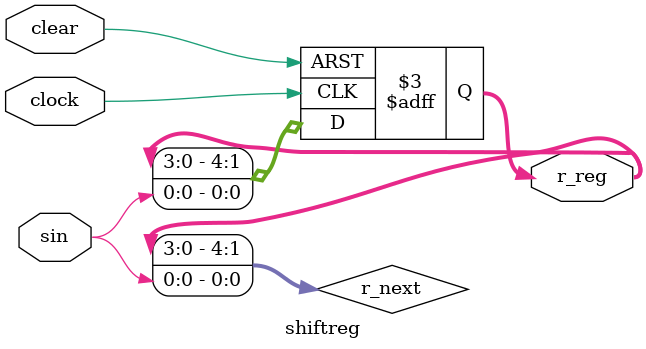
<source format=v>
`timescale 1ns / 1ps


module shiftreg(
	input clock,
	input clear,
	input sin,
	output reg[4:0] r_reg
    );
    
    wire [4:0] r_next;
    
    always @(posedge clock, negedge clear)
    begin
    	if (~clear)
    		r_reg <= 0;
    	else
    		r_reg <= r_next;
    end
    
    assign r_next = {r_reg[3:0], sin};
    
endmodule

</source>
